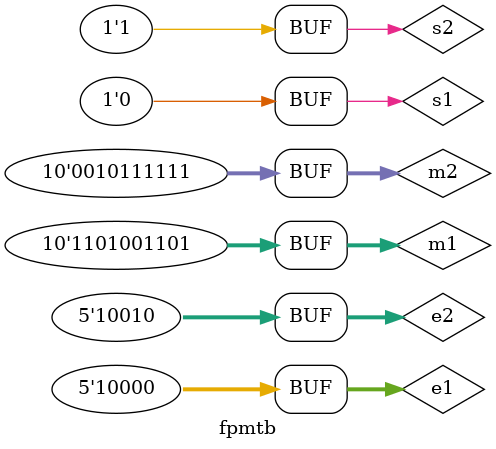
<source format=v>
module fpmtb();
reg s1,s2;
reg [4:0]e1,e2;
reg [9:0]m1,m2;

wire [9:0] out1;
wire [4:0] oe;
wire os;

initial begin
$dumpfile("d.vcd");
$dumpvars(0,fpmtb);
$monitor("a=%b %b %b\tb=%b %b %b\toutput=%b %b %b",s1,e1,m1,s2,e2,m2,os,oe,out1);

 s1=1'b0;            
 e1=5'b10000;
 m1=10'b1101001101;
 s2=1'b1;           
 e2=5'b10010;
 m2=10'b0010111111;
   
end
fpm n(s1,e1,m1,s2,e2,m2,os,oe,out1);
//dmux8x1S m(d1,s1,o1);
endmodule
</source>
